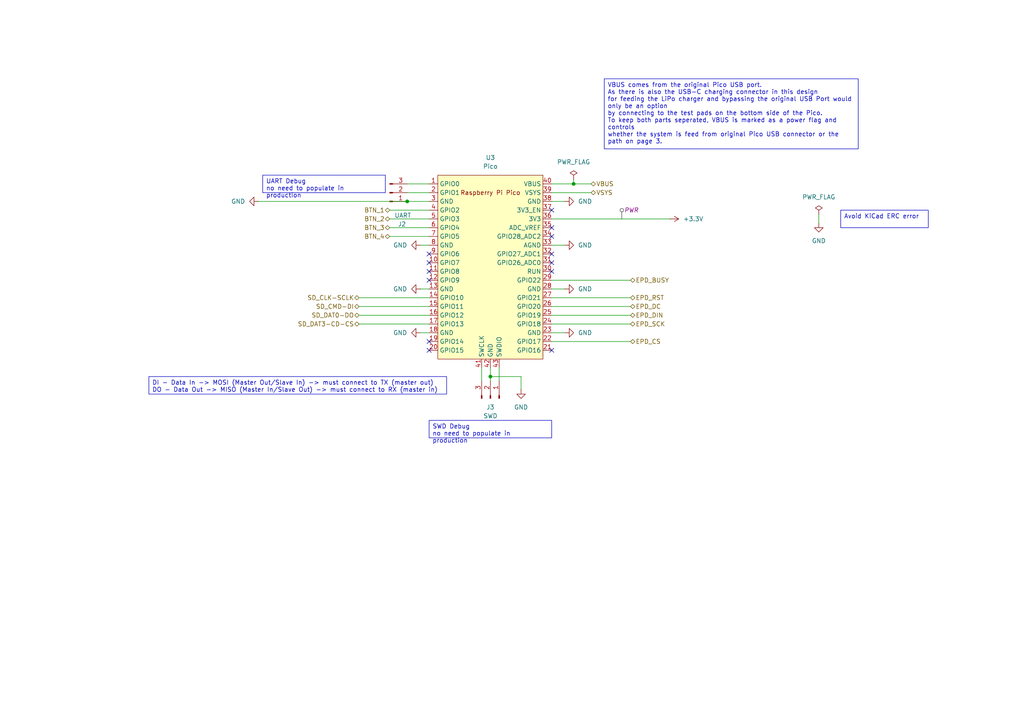
<source format=kicad_sch>
(kicad_sch (version 20250114) (generator "eeschema") (generator_version "9.0")
  (paper "A4")
  (title_block (title "ZEReader-Pico") (date "{kibot_date}") (rev "v1") (company "Anna-Lena Marx") (comment 1 "Bachelorthesis") (comment 4 "Git revision: {kibot_git-hash}"))
  (lib_symbols
    (symbol "Connector:Conn_01x03_Pin" (pin_names (offset 1.016) (hide yes))
      (property "Reference" "J" (at 0 5.08 0))
      (property "Value" "Conn_01x03_Pin" (at 0 -5.08 0))
      (symbol "Conn_01x03_Pin_1_1"
        (rectangle (start 0.8636 2.667) (end 0 2.413) (stroke (width 0.1524)) (fill (type outline)))
        (rectangle (start 0.8636 0.127) (end 0 -0.127) (stroke (width 0.1524)) (fill (type outline)))
        (rectangle (start 0.8636 -2.413) (end 0 -2.667) (stroke (width 0.1524)) (fill (type outline)))
        (polyline (pts (xy 1.27 2.54) (xy 0.8636 2.54)) (stroke (width 0.1524)))
        (polyline (pts (xy 1.27 0) (xy 0.8636 0)) (stroke (width 0.1524)))
        (polyline (pts (xy 1.27 -2.54) (xy 0.8636 -2.54)) (stroke (width 0.1524)))
        (pin passive line (at 5.08 2.54 180) (length 3.81) (name "Pin_1") (number "1"))
        (pin passive line (at 5.08 0 180) (length 3.81) (name "Pin_2") (number "2"))
        (pin passive line (at 5.08 -2.54 180) (length 3.81) (name "Pin_3") (number "3"))
      )
    )
    (symbol "MCU_RaspberryPi_and_Boards:Pico"
      (property "Reference" "U" (at -13.97 27.94 0))
      (property "Value" "Pico" (at 0 19.05 0))
      (symbol "Pico_0_0"
        (text "Raspberry Pi Pico" (at 0 21.59 0) (effects (font (size 1.27 1.27))))
      )
      (symbol "Pico_0_1"
        (rectangle (start -15.24 26.67) (end 15.24 -26.67) (fill (type background)))
      )
      (symbol "Pico_1_1"
        (pin bidirectional line (at -17.78 24.13 0) (length 2.54) (name "GPIO0") (number "1"))
        (pin bidirectional line (at -17.78 21.59 0) (length 2.54) (name "GPIO1") (number "2"))
        (pin power_in line (at -17.78 19.05 0) (length 2.54) (name "GND") (number "3"))
        (pin bidirectional line (at -17.78 16.51 0) (length 2.54) (name "GPIO2") (number "4"))
        (pin bidirectional line (at -17.78 13.97 0) (length 2.54) (name "GPIO3") (number "5"))
        (pin bidirectional line (at -17.78 11.43 0) (length 2.54) (name "GPIO4") (number "6"))
        (pin bidirectional line (at -17.78 8.89 0) (length 2.54) (name "GPIO5") (number "7"))
        (pin power_in line (at -17.78 6.35 0) (length 2.54) (name "GND") (number "8"))
        (pin bidirectional line (at -17.78 3.81 0) (length 2.54) (name "GPIO6") (number "9"))
        (pin bidirectional line (at -17.78 1.27 0) (length 2.54) (name "GPIO7") (number "10"))
        (pin bidirectional line (at -17.78 -1.27 0) (length 2.54) (name "GPIO8") (number "11"))
        (pin bidirectional line (at -17.78 -3.81 0) (length 2.54) (name "GPIO9") (number "12"))
        (pin power_in line (at -17.78 -6.35 0) (length 2.54) (name "GND") (number "13"))
        (pin bidirectional line (at -17.78 -8.89 0) (length 2.54) (name "GPIO10") (number "14"))
        (pin bidirectional line (at -17.78 -11.43 0) (length 2.54) (name "GPIO11") (number "15"))
        (pin bidirectional line (at -17.78 -13.97 0) (length 2.54) (name "GPIO12") (number "16"))
        (pin bidirectional line (at -17.78 -16.51 0) (length 2.54) (name "GPIO13") (number "17"))
        (pin power_in line (at -17.78 -19.05 0) (length 2.54) (name "GND") (number "18"))
        (pin bidirectional line (at -17.78 -21.59 0) (length 2.54) (name "GPIO14") (number "19"))
        (pin bidirectional line (at -17.78 -24.13 0) (length 2.54) (name "GPIO15") (number "20"))
        (pin input line (at -2.54 -29.21 90) (length 2.54) (name "SWCLK") (number "41"))
        (pin power_in line (at 0 -29.21 90) (length 2.54) (name "GND") (number "42"))
        (pin bidirectional line (at 2.54 -29.21 90) (length 2.54) (name "SWDIO") (number "43"))
        (pin power_in line (at 17.78 24.13 180) (length 2.54) (name "VBUS") (number "40"))
        (pin power_in line (at 17.78 21.59 180) (length 2.54) (name "VSYS") (number "39"))
        (pin bidirectional line (at 17.78 19.05 180) (length 2.54) (name "GND") (number "38"))
        (pin input line (at 17.78 16.51 180) (length 2.54) (name "3V3_EN") (number "37"))
        (pin power_in line (at 17.78 13.97 180) (length 2.54) (name "3V3") (number "36"))
        (pin power_in line (at 17.78 11.43 180) (length 2.54) (name "ADC_VREF") (number "35"))
        (pin bidirectional line (at 17.78 8.89 180) (length 2.54) (name "GPIO28_ADC2") (number "34"))
        (pin power_in line (at 17.78 6.35 180) (length 2.54) (name "AGND") (number "33"))
        (pin bidirectional line (at 17.78 3.81 180) (length 2.54) (name "GPIO27_ADC1") (number "32"))
        (pin bidirectional line (at 17.78 1.27 180) (length 2.54) (name "GPIO26_ADC0") (number "31"))
        (pin input line (at 17.78 -1.27 180) (length 2.54) (name "RUN") (number "30"))
        (pin bidirectional line (at 17.78 -3.81 180) (length 2.54) (name "GPIO22") (number "29"))
        (pin power_in line (at 17.78 -6.35 180) (length 2.54) (name "GND") (number "28"))
        (pin bidirectional line (at 17.78 -8.89 180) (length 2.54) (name "GPIO21") (number "27"))
        (pin bidirectional line (at 17.78 -11.43 180) (length 2.54) (name "GPIO20") (number "26"))
        (pin bidirectional line (at 17.78 -13.97 180) (length 2.54) (name "GPIO19") (number "25"))
        (pin bidirectional line (at 17.78 -16.51 180) (length 2.54) (name "GPIO18") (number "24"))
        (pin power_in line (at 17.78 -19.05 180) (length 2.54) (name "GND") (number "23"))
        (pin bidirectional line (at 17.78 -21.59 180) (length 2.54) (name "GPIO17") (number "22"))
        (pin bidirectional line (at 17.78 -24.13 180) (length 2.54) (name "GPIO16") (number "21"))
      )
    )
    (symbol "power:+3.3V" (power) (pin_numbers (hide yes)) (pin_names (offset 0) (hide yes))
      (property "Value" "+3.3V" (at 0 3.556 0))
      (symbol "+3.3V_0_1"
        (polyline (pts (xy -0.762 1.27) (xy 0 2.54)))
        (polyline (pts (xy 0 2.54) (xy 0.762 1.27)))
        (polyline (pts (xy 0 0) (xy 0 2.54)))
      )
      (symbol "+3.3V_1_1"
        (pin power_in line (at 0 0 90) (length 0) (name "~") (number "1"))
      )
    )
    (symbol "power:GND" (power) (pin_numbers (hide yes)) (pin_names (offset 0) (hide yes))
      (property "Value" "GND" (at 0 -3.81 0))
      (symbol "GND_0_1"
        (polyline (pts (xy 0 0) (xy 0 -1.27) (xy 1.27 -1.27) (xy 0 -2.54) (xy -1.27 -1.27) (xy 0 -1.27)))
      )
      (symbol "GND_1_1"
        (pin power_in line (at 0 0 270) (length 0) (name "~") (number "1"))
      )
    )
    (symbol "power:PWR_FLAG" (power) (pin_numbers (hide yes)) (pin_names (offset 0) (hide yes))
      (property "Value" "PWR_FLAG" (at 0 3.81 0))
      (symbol "PWR_FLAG_0_0"
        (pin power_out line (at 0 0 90) (length 0) (name "~") (number "1"))
      )
      (symbol "PWR_FLAG_0_1"
        (polyline (pts (xy 0 0) (xy 0 1.27) (xy -1.016 1.905) (xy 0 2.54) (xy 1.016 1.905) (xy 0 1.27)))
      )
    )
  )
  (text_box "VBUS comes from the original Pico USB port.\nAs there is also the USB-C charging connector in this design\nfor feeding the LiPo charger and bypassing the original USB Port would only be an option\nby connecting to the test pads on the bottom side of the Pico. \nTo keep both parts seperated, VBUS is marked as a power flag and controls\nwhether the system is feed from original Pico USB connector or the path on page 3." (at 175.26 22.86 0) (size 73.66 20.32) (margins 0.9525 0.9525 0.9525 0.9525) (effects (font (size 1.27 1.27)) (justify left top)))
  (text_box "DI - Data In -> MOSI (Master Out/Slave In) -> must connect to TX (master out)\nDO - Data Out -> MISO (Master In/Slave Out) -> must connect to RX (master in)" (at 43.18 109.22 0) (size 86.36 5.08) (margins 0.9525 0.9525 0.9525 0.9525) (effects (font (size 1.27 1.27)) (justify left top)))
  (text_box "Avoid KiCad ERC error" (at 243.84 60.96 0) (size 25.4 5.08) (margins 0.9525 0.9525 0.9525 0.9525) (effects (font (size 1.27 1.27)) (justify left top)))
  (text_box "SWD Debug\nno need to populate in production" (at 124.46 121.92 0) (size 35.56 5.08) (margins 0.9525 0.9525 0.9525 0.9525) (effects (font (size 1.27 1.27)) (justify left top)))
  (text_box "UART Debug\nno need to populate in production" (at 76.2 50.8 0) (size 35.56 5.08) (margins 0.9525 0.9525 0.9525 0.9525) (effects (font (size 1.27 1.27)) (justify left top)))
  (junction (at 142.24 109.22))
  (junction (at 166.37 53.34))
  (junction (at 118.11 58.42))
  (no_connect (at 124.46 81.28))
  (no_connect (at 160.02 66.04))
  (no_connect (at 160.02 101.6))
  (no_connect (at 124.46 76.2))
  (no_connect (at 124.46 73.66))
  (no_connect (at 124.46 78.74))
  (no_connect (at 124.46 101.6))
  (no_connect (at 160.02 60.96))
  (no_connect (at 160.02 78.74))
  (no_connect (at 160.02 76.2))
  (no_connect (at 160.02 73.66))
  (no_connect (at 124.46 99.06))
  (no_connect (at 160.02 68.58))
  (wire (pts (xy 142.24 106.68) (xy 142.24 109.22)))
  (wire (pts (xy 118.11 55.88) (xy 124.46 55.88)))
  (wire (pts (xy 160.02 91.44) (xy 182.88 91.44)))
  (wire (pts (xy 118.11 53.34) (xy 124.46 53.34)))
  (wire (pts (xy 182.88 93.98) (xy 160.02 93.98)))
  (wire (pts (xy 104.14 91.44) (xy 124.46 91.44)))
  (wire (pts (xy 151.13 109.22) (xy 142.24 109.22)))
  (wire (pts (xy 104.14 88.9) (xy 124.46 88.9)))
  (wire (pts (xy 118.11 58.42) (xy 124.46 58.42)))
  (wire (pts (xy 166.37 52.07) (xy 166.37 53.34)))
  (wire (pts (xy 160.02 81.28) (xy 182.88 81.28)))
  (wire (pts (xy 139.7 106.68) (xy 139.7 110.49)))
  (wire (pts (xy 160.02 86.36) (xy 182.88 86.36)))
  (wire (pts (xy 166.37 53.34) (xy 171.45 53.34)))
  (wire (pts (xy 160.02 63.5) (xy 194.31 63.5)))
  (wire (pts (xy 113.03 60.96) (xy 124.46 60.96)))
  (wire (pts (xy 74.93 58.42) (xy 118.11 58.42)))
  (wire (pts (xy 163.83 71.12) (xy 160.02 71.12)))
  (wire (pts (xy 160.02 99.06) (xy 182.88 99.06)))
  (wire (pts (xy 121.92 71.12) (xy 124.46 71.12)))
  (wire (pts (xy 113.03 68.58) (xy 124.46 68.58)))
  (wire (pts (xy 121.92 83.82) (xy 124.46 83.82)))
  (wire (pts (xy 104.14 86.36) (xy 124.46 86.36)))
  (wire (pts (xy 160.02 53.34) (xy 166.37 53.34)))
  (wire (pts (xy 237.49 62.23) (xy 237.49 64.77)))
  (wire (pts (xy 144.78 106.68) (xy 144.78 110.49)))
  (wire (pts (xy 163.83 83.82) (xy 160.02 83.82)))
  (wire (pts (xy 163.83 96.52) (xy 160.02 96.52)))
  (wire (pts (xy 113.03 63.5) (xy 124.46 63.5)))
  (wire (pts (xy 160.02 55.88) (xy 171.45 55.88)))
  (wire (pts (xy 104.14 93.98) (xy 124.46 93.98)))
  (wire (pts (xy 142.24 109.22) (xy 142.24 110.49)))
  (wire (pts (xy 113.03 66.04) (xy 124.46 66.04)))
  (wire (pts (xy 121.92 96.52) (xy 124.46 96.52)))
  (wire (pts (xy 151.13 113.03) (xy 151.13 109.22)))
  (wire (pts (xy 163.83 58.42) (xy 160.02 58.42)))
  (wire (pts (xy 160.02 88.9) (xy 182.88 88.9)))
  (hierarchical_label "EPD_SCK" (shape bidirectional) (at 182.88 93.98 0))
  (hierarchical_label "BTN_4" (shape bidirectional) (at 113.03 68.58 180))
  (hierarchical_label "VBUS" (shape bidirectional) (at 171.45 53.34 0))
  (hierarchical_label "EPD_CS" (shape bidirectional) (at 182.88 99.06 0))
  (hierarchical_label "BTN_1" (shape bidirectional) (at 113.03 60.96 180))
  (hierarchical_label "EPD_BUSY" (shape bidirectional) (at 182.88 81.28 0))
  (hierarchical_label "SD_CLK-SCLK" (shape bidirectional) (at 104.14 86.36 180))
  (hierarchical_label "SD_CMD-DI" (shape bidirectional) (at 104.14 88.9 180))
  (hierarchical_label "SD_DAT0-DO" (shape bidirectional) (at 104.14 91.44 180))
  (hierarchical_label "EPD_DIN" (shape bidirectional) (at 182.88 91.44 0))
  (hierarchical_label "EPD_DC" (shape bidirectional) (at 182.88 88.9 0))
  (hierarchical_label "VSYS" (shape bidirectional) (at 171.45 55.88 0))
  (hierarchical_label "BTN_3" (shape bidirectional) (at 113.03 66.04 180))
  (hierarchical_label "SD_DAT3-CD-CS" (shape bidirectional) (at 104.14 93.98 180))
  (hierarchical_label "BTN_2" (shape bidirectional) (at 113.03 63.5 180))
  (hierarchical_label "EPD_RST" (shape bidirectional) (at 182.88 86.36 0))
  (netclass_flag "" (length 2.54) (shape round) (at 180.34 63.5 0) (property "Netclass" "PWR" (at 181.0385 60.96 0) (effects (font (italic yes)) (justify left))))
  (symbol (lib_id "power:GND") (at 163.83 71.12 90) (unit 1)
    (property "Reference" "#PWR015" (effects (hide yes)))
    (property "Value" "GND" (at 167.64 71.1199 90) (effects (justify right)))
    (property "Description" "Power symbol creates a global label with name \"GND\" , ground" (effects (hide yes)))
  )
  (symbol (lib_id "MCU_RaspberryPi_and_Boards:Pico") (at 142.24 77.47 0) (unit 1)
    (property "Reference" "U3" (at 142.24 45.72 0))
    (property "Value" "Pico" (at 142.24 48.26 0))
    (property "Footprint" "prj-footprints:RPi_Pico_SMD_TH" (effects (hide yes)))
    (property "Datasheet" "https://datasheets.raspberrypi.com/pico/pico-2-datasheet.pdf" (effects (hide yes)))
  )
  (symbol (lib_id "Connector:Conn_01x03_Pin") (at 142.24 115.57 270) (mirror x) (unit 1)
    (property "Reference" "J3" (at 142.24 118.11 90))
    (property "Value" "SWD" (at 142.24 120.65 90))
    (property "Footprint" "Connector_PinHeader_2.54mm:PinHeader_1x03_P2.54mm_Vertical" (effects (hide yes)))
    (property "Description" "Generic connector, single row, 01x03, script generated" (effects (hide yes)))
  )
  (symbol (lib_id "power:GND") (at 237.49 64.77 0) (unit 1)
    (property "Reference" "#PWR028" (effects (hide yes)))
    (property "Value" "GND" (at 237.49 69.85 0))
    (property "Description" "Power symbol creates a global label with name \"GND\" , ground" (effects (hide yes)))
  )
  (symbol (lib_id "power:GND") (at 121.92 83.82 270) (unit 1)
    (property "Reference" "#PWR019" (effects (hide yes)))
    (property "Value" "GND" (at 118.11 83.8199 90) (effects (justify right)))
    (property "Description" "Power symbol creates a global label with name \"GND\" , ground" (effects (hide yes)))
  )
  (symbol (lib_id "Connector:Conn_01x03_Pin") (at 113.03 55.88 0) (mirror x) (unit 1)
    (property "Reference" "J2" (at 116.586 65.024 0))
    (property "Value" "UART" (at 116.84 62.484 0))
    (property "Footprint" "Connector_PinHeader_2.54mm:PinHeader_1x03_P2.54mm_Vertical" (effects (hide yes)))
    (property "Description" "Generic connector, single row, 01x03, script generated" (effects (hide yes)))
  )
  (symbol (lib_id "power:GND") (at 121.92 71.12 270) (unit 1)
    (property "Reference" "#PWR018" (effects (hide yes)))
    (property "Value" "GND" (at 118.11 71.1199 90) (effects (justify right)))
    (property "Description" "Power symbol creates a global label with name \"GND\" , ground" (effects (hide yes)))
  )
  (symbol (lib_id "power:PWR_FLAG") (at 166.37 52.07 0) (unit 1)
    (property "Reference" "#FLG04" (effects (hide yes)))
    (property "Value" "PWR_FLAG" (at 166.37 46.99 0))
    (property "Description" "Special symbol for telling ERC where power comes from" (effects (hide yes)))
  )
  (symbol (lib_id "power:GND") (at 163.83 58.42 90) (unit 1)
    (property "Reference" "#PWR014" (effects (hide yes)))
    (property "Value" "GND" (at 167.64 58.4199 90) (effects (justify right)))
    (property "Description" "Power symbol creates a global label with name \"GND\" , ground" (effects (hide yes)))
  )
  (symbol (lib_id "power:GND") (at 163.83 96.52 90) (unit 1)
    (property "Reference" "#PWR017" (effects (hide yes)))
    (property "Value" "GND" (at 167.64 96.5199 90) (effects (justify right)))
    (property "Description" "Power symbol creates a global label with name \"GND\" , ground" (effects (hide yes)))
  )
  (symbol (lib_id "power:GND") (at 163.83 83.82 90) (unit 1)
    (property "Reference" "#PWR016" (effects (hide yes)))
    (property "Value" "GND" (at 167.64 83.8199 90) (effects (justify right)))
    (property "Description" "Power symbol creates a global label with name \"GND\" , ground" (effects (hide yes)))
  )
  (symbol (lib_id "power:GND") (at 151.13 113.03 0) (unit 1)
    (property "Reference" "#PWR022" (effects (hide yes)))
    (property "Value" "GND" (at 151.13 118.11 0))
    (property "Description" "Power symbol creates a global label with name \"GND\" , ground" (effects (hide yes)))
  )
  (symbol (lib_id "power:GND") (at 121.92 96.52 270) (unit 1)
    (property "Reference" "#PWR020" (effects (hide yes)))
    (property "Value" "GND" (at 118.11 96.5199 90) (effects (justify right)))
    (property "Description" "Power symbol creates a global label with name \"GND\" , ground" (effects (hide yes)))
  )
  (symbol (lib_id "power:PWR_FLAG") (at 237.49 62.23 0) (unit 1)
    (property "Reference" "#FLG06" (effects (hide yes)))
    (property "Value" "PWR_FLAG" (at 237.49 57.15 0))
    (property "Description" "Special symbol for telling ERC where power comes from" (effects (hide yes)))
  )
  (symbol (lib_id "power:GND") (at 74.93 58.42 270) (unit 1)
    (property "Reference" "#PWR021" (effects (hide yes)))
    (property "Value" "GND" (at 71.12 58.4199 90) (effects (justify right)))
    (property "Description" "Power symbol creates a global label with name \"GND\" , ground" (effects (hide yes)))
  )
  (symbol (lib_id "power:+3.3V") (at 194.31 63.5 270) (unit 1)
    (property "Reference" "#PWR027" (effects (hide yes)))
    (property "Value" "+3.3V" (at 198.12 63.4999 90) (effects (justify left)))
    (property "Description" "Power symbol creates a global label with name \"+3.3V\"" (effects (hide yes)))
  )
)
</source>
